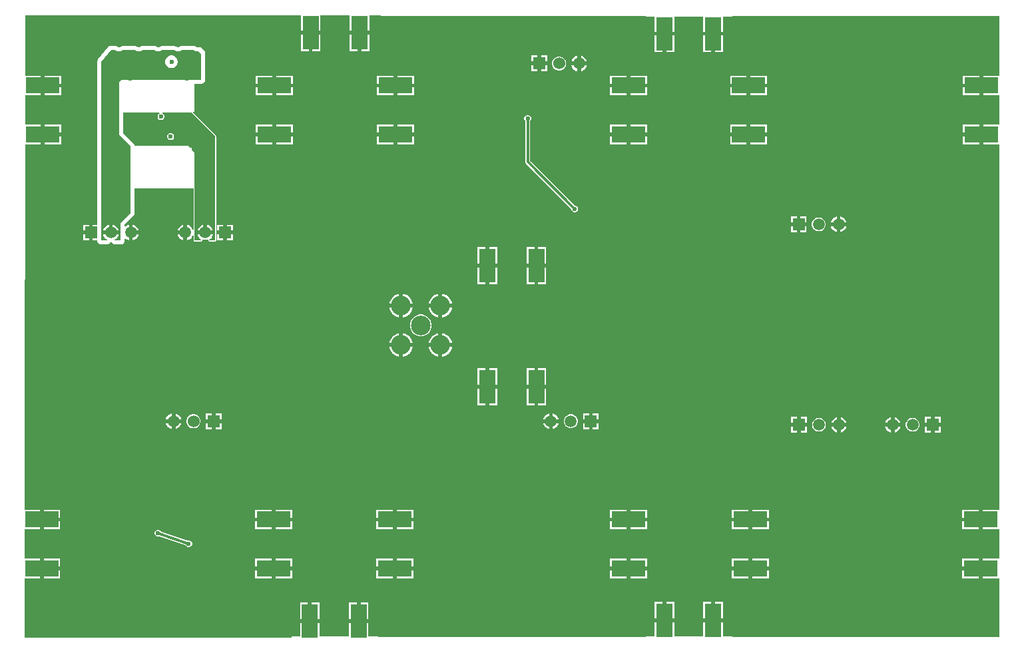
<source format=gbl>
G04*
G04 #@! TF.GenerationSoftware,Altium Limited,Altium Designer,21.4.1 (30)*
G04*
G04 Layer_Physical_Order=4*
G04 Layer_Color=16711680*
%FSLAX25Y25*%
%MOIN*%
G70*
G04*
G04 #@! TF.SameCoordinates,4F7A37CA-CC0D-4B0B-ADC5-D258E3024ECD*
G04*
G04*
G04 #@! TF.FilePolarity,Positive*
G04*
G01*
G75*
%ADD21R,0.16535X0.07874*%
%ADD28R,0.07874X0.16535*%
%ADD58C,0.01450*%
%ADD104C,0.05906*%
%ADD105R,0.05906X0.05906*%
%ADD106R,0.06024X0.06024*%
%ADD107C,0.06024*%
%ADD108C,0.09843*%
%ADD109C,0.02362*%
%ADD110C,0.03937*%
%ADD111C,0.13780*%
G36*
X136221Y-1575D02*
X140339D01*
Y-9252D01*
X145276D01*
X150213D01*
Y-1575D01*
X164748D01*
Y-9252D01*
X174622D01*
Y-1575D01*
X180315D01*
Y-1732D01*
X313032D01*
Y-1969D01*
X317504D01*
Y-9646D01*
X322441D01*
X327378D01*
Y-1969D01*
X341913D01*
Y-9646D01*
X351787D01*
Y-1969D01*
X356299D01*
Y-1772D01*
X490158D01*
Y-31677D01*
X482087D01*
Y-36614D01*
Y-41551D01*
X490158D01*
Y-56087D01*
X482087D01*
Y-61024D01*
Y-65961D01*
X490158D01*
Y-134449D01*
X490158D01*
Y-178937D01*
X490158D01*
Y-248575D01*
X489976Y-249000D01*
X489657Y-249000D01*
X481693D01*
Y-253937D01*
Y-258874D01*
X489657D01*
X489976Y-258874D01*
X490158Y-259299D01*
Y-272985D01*
X489976Y-273409D01*
X489657Y-273409D01*
X481693D01*
Y-278346D01*
Y-283283D01*
X489657D01*
X489976Y-283283D01*
X490158Y-283708D01*
Y-312795D01*
X356299D01*
Y-312598D01*
X351787D01*
Y-305315D01*
X341913D01*
Y-312598D01*
X327378D01*
Y-305315D01*
X322441D01*
X317504D01*
Y-312598D01*
X312953D01*
Y-312638D01*
X179095D01*
Y-312598D01*
X174228D01*
Y-305709D01*
X164354D01*
Y-312598D01*
X149819D01*
Y-305709D01*
X144882D01*
X139945D01*
Y-312598D01*
X135827D01*
Y-312992D01*
X1969D01*
Y-283283D01*
X9646D01*
Y-278346D01*
Y-273409D01*
X1969D01*
Y-258874D01*
X9646D01*
Y-253937D01*
Y-249000D01*
X1969D01*
Y-180315D01*
X1969D01*
Y-133858D01*
X2362D01*
Y-65961D01*
X10039D01*
Y-61024D01*
Y-56087D01*
X2362D01*
Y-41551D01*
X10039D01*
Y-36614D01*
Y-31677D01*
X2362D01*
Y-1476D01*
X136221D01*
Y-1575D01*
D02*
G37*
%LPC*%
G36*
X86578Y-16694D02*
X81049D01*
X80919Y-16720D01*
X80787Y-16711D01*
X80538Y-16795D01*
X80281Y-16847D01*
X80170Y-16920D01*
X80045Y-16963D01*
X79637Y-17198D01*
X79146Y-17330D01*
X78638D01*
X78147Y-17198D01*
X77739Y-16963D01*
X77614Y-16920D01*
X77503Y-16847D01*
X77246Y-16795D01*
X76997Y-16711D01*
X76865Y-16720D01*
X76735Y-16694D01*
X71206D01*
X71076Y-16720D01*
X70944Y-16711D01*
X70695Y-16795D01*
X70438Y-16847D01*
X70328Y-16920D01*
X70202Y-16963D01*
X69794Y-17198D01*
X69304Y-17330D01*
X68795D01*
X68305Y-17198D01*
X67896Y-16963D01*
X67771Y-16920D01*
X67661Y-16847D01*
X67403Y-16795D01*
X67155Y-16711D01*
X67023Y-16720D01*
X66893Y-16694D01*
X61364D01*
X61234Y-16720D01*
X61102Y-16711D01*
X60853Y-16795D01*
X60595Y-16847D01*
X60485Y-16920D01*
X60360Y-16963D01*
X59952Y-17198D01*
X59461Y-17330D01*
X58953D01*
X58462Y-17198D01*
X58054Y-16963D01*
X57929Y-16920D01*
X57818Y-16847D01*
X57561Y-16795D01*
X57312Y-16711D01*
X57180Y-16720D01*
X57050Y-16694D01*
X51521D01*
X51391Y-16720D01*
X51259Y-16711D01*
X51010Y-16795D01*
X50753Y-16847D01*
X50643Y-16920D01*
X50517Y-16963D01*
X50109Y-17198D01*
X49619Y-17330D01*
X49110D01*
X48619Y-17198D01*
X48211Y-16963D01*
X48086Y-16920D01*
X47976Y-16847D01*
X47718Y-16795D01*
X47470Y-16711D01*
X47338Y-16720D01*
X47208Y-16694D01*
X45276D01*
X45166Y-16716D01*
X45054Y-16706D01*
X44785Y-16791D01*
X44508Y-16847D01*
X44414Y-16909D01*
X44307Y-16943D01*
X44091Y-17125D01*
X43856Y-17282D01*
X43794Y-17375D01*
X43708Y-17447D01*
X38787Y-23599D01*
X38657Y-23849D01*
X38500Y-24084D01*
X38478Y-24194D01*
X38427Y-24294D01*
X38402Y-24575D01*
X38347Y-24852D01*
Y-106283D01*
X36260D01*
Y-110236D01*
Y-114189D01*
X38350D01*
X38500Y-114941D01*
X38935Y-115592D01*
X39586Y-116027D01*
X40354Y-116180D01*
X43189D01*
X43319Y-116155D01*
X43451Y-116163D01*
X43700Y-116079D01*
X43957Y-116027D01*
X44067Y-115954D01*
X44193Y-115911D01*
X44390Y-115738D01*
X44608Y-115592D01*
X44682Y-115482D01*
X44782Y-115395D01*
X44898Y-115160D01*
X45008Y-114994D01*
X45276Y-114966D01*
X45543Y-114994D01*
X45654Y-115160D01*
X45770Y-115395D01*
X45869Y-115482D01*
X45943Y-115592D01*
X46161Y-115738D01*
X46358Y-115911D01*
X46484Y-115954D01*
X46594Y-116027D01*
X46852Y-116079D01*
X47100Y-116163D01*
X47232Y-116155D01*
X47362Y-116180D01*
X50197D01*
X50965Y-116027D01*
X51616Y-115592D01*
X52051Y-114941D01*
X52204Y-114173D01*
Y-113408D01*
X52666Y-113216D01*
X52849Y-113399D01*
X53750Y-113920D01*
X54291Y-114065D01*
Y-110236D01*
Y-106408D01*
X53750Y-106553D01*
X52849Y-107073D01*
X52666Y-107256D01*
X52204Y-107065D01*
Y-106146D01*
X56537Y-101813D01*
X56972Y-101162D01*
X57125Y-100394D01*
Y-88189D01*
X86703D01*
Y-108644D01*
X86203Y-108711D01*
X85683Y-107809D01*
X84947Y-107073D01*
X84045Y-106553D01*
X83504Y-106408D01*
Y-110236D01*
Y-114065D01*
X84045Y-113920D01*
X84947Y-113399D01*
X85683Y-112663D01*
X86203Y-111762D01*
X86703Y-111828D01*
Y-114173D01*
X86861Y-114556D01*
X87244Y-114714D01*
X90433D01*
X90564Y-114660D01*
X90704Y-114642D01*
X90748Y-114584D01*
X90816Y-114556D01*
X90870Y-114425D01*
X90956Y-114313D01*
X91066Y-113904D01*
X91090Y-113813D01*
X91474Y-113581D01*
X91575Y-113558D01*
X92065Y-113689D01*
X92974D01*
X93465Y-113558D01*
X93565Y-113581D01*
X93949Y-113813D01*
X93974Y-113904D01*
X94083Y-114313D01*
X94169Y-114425D01*
X94223Y-114556D01*
X94291Y-114584D01*
X94336Y-114642D01*
X94476Y-114660D01*
X94606Y-114714D01*
X97441D01*
X97824Y-114556D01*
X97982Y-114173D01*
Y-62008D01*
X97824Y-61625D01*
X97824Y-61625D01*
X86354Y-50156D01*
X86561Y-49656D01*
X87067D01*
Y-35755D01*
X90551D01*
X91319Y-35602D01*
X91970Y-35167D01*
X92405Y-34516D01*
X92558Y-33748D01*
Y-20669D01*
X92405Y-19901D01*
X91970Y-19250D01*
X90638Y-17918D01*
X89987Y-17483D01*
X89219Y-17330D01*
X88480D01*
X87989Y-17198D01*
X87581Y-16963D01*
X87456Y-16920D01*
X87346Y-16847D01*
X87089Y-16795D01*
X86840Y-16711D01*
X86708Y-16720D01*
X86578Y-16694D01*
D02*
G37*
G36*
X174622Y-11220D02*
X170669D01*
Y-19504D01*
X174622D01*
Y-11220D01*
D02*
G37*
G36*
X168701D02*
X164748D01*
Y-19504D01*
X168701D01*
Y-11220D01*
D02*
G37*
G36*
X150213Y-11220D02*
X146260D01*
Y-19504D01*
X150213D01*
Y-11220D01*
D02*
G37*
G36*
X144291D02*
X140339D01*
Y-19504D01*
X144291D01*
Y-11220D01*
D02*
G37*
G36*
X351787Y-11614D02*
X347835D01*
Y-19898D01*
X351787D01*
Y-11614D01*
D02*
G37*
G36*
X345866D02*
X341913D01*
Y-19898D01*
X345866D01*
Y-11614D01*
D02*
G37*
G36*
X327378D02*
X323425D01*
Y-19898D01*
X327378D01*
Y-11614D01*
D02*
G37*
G36*
X321457D02*
X317504D01*
Y-19898D01*
X321457D01*
Y-11614D01*
D02*
G37*
G36*
X280669Y-21701D02*
Y-24606D01*
X283575D01*
X283423Y-24042D01*
X282895Y-23127D01*
X282148Y-22380D01*
X281234Y-21852D01*
X280669Y-21701D01*
D02*
G37*
G36*
X263697Y-21579D02*
X260669D01*
Y-24606D01*
X263697D01*
Y-21579D01*
D02*
G37*
G36*
X278701Y-21701D02*
X278136Y-21852D01*
X277222Y-22380D01*
X276475Y-23127D01*
X275947Y-24042D01*
X275795Y-24606D01*
X278701D01*
Y-21701D01*
D02*
G37*
G36*
X258701Y-21579D02*
X255673D01*
Y-24606D01*
X258701D01*
Y-21579D01*
D02*
G37*
G36*
X270147Y-22079D02*
X269223D01*
X268330Y-22318D01*
X267529Y-22780D01*
X266875Y-23434D01*
X266413Y-24235D01*
X266173Y-25128D01*
Y-26053D01*
X266413Y-26946D01*
X266875Y-27747D01*
X267529Y-28401D01*
X268330Y-28863D01*
X269223Y-29102D01*
X270147D01*
X271041Y-28863D01*
X271841Y-28401D01*
X272495Y-27747D01*
X272957Y-26946D01*
X273197Y-26053D01*
Y-25128D01*
X272957Y-24235D01*
X272495Y-23434D01*
X271841Y-22780D01*
X271041Y-22318D01*
X270147Y-22079D01*
D02*
G37*
G36*
X283575Y-26575D02*
X280669D01*
Y-29480D01*
X281234Y-29329D01*
X282148Y-28801D01*
X282895Y-28054D01*
X283423Y-27139D01*
X283575Y-26575D01*
D02*
G37*
G36*
X278701D02*
X275795D01*
X275947Y-27139D01*
X276475Y-28054D01*
X277222Y-28801D01*
X278136Y-29329D01*
X278701Y-29480D01*
Y-26575D01*
D02*
G37*
G36*
X263697D02*
X260669D01*
Y-29602D01*
X263697D01*
Y-26575D01*
D02*
G37*
G36*
X258701D02*
X255673D01*
Y-29602D01*
X258701D01*
Y-26575D01*
D02*
G37*
G36*
X480118Y-31677D02*
X471835D01*
Y-35630D01*
X480118D01*
Y-31677D01*
D02*
G37*
G36*
X20291D02*
X12008D01*
Y-35630D01*
X20291D01*
Y-31677D01*
D02*
G37*
G36*
X197063D02*
X188780D01*
Y-35630D01*
X197063D01*
Y-31677D01*
D02*
G37*
G36*
X186811D02*
X178528D01*
Y-35630D01*
X186811D01*
Y-31677D01*
D02*
G37*
G36*
X313598D02*
X305315D01*
Y-35630D01*
X313598D01*
Y-31677D01*
D02*
G37*
G36*
X136433D02*
X128150D01*
Y-35630D01*
X136433D01*
Y-31677D01*
D02*
G37*
G36*
X303346D02*
X295063D01*
Y-35630D01*
X303346D01*
Y-31677D01*
D02*
G37*
G36*
X126181D02*
X117898D01*
Y-35630D01*
X126181D01*
Y-31677D01*
D02*
G37*
G36*
X373835D02*
X365551D01*
Y-35630D01*
X373835D01*
Y-31677D01*
D02*
G37*
G36*
X363583D02*
X355299D01*
Y-35630D01*
X363583D01*
Y-31677D01*
D02*
G37*
G36*
X480118Y-37598D02*
X471835D01*
Y-41551D01*
X480118D01*
Y-37598D01*
D02*
G37*
G36*
X373835Y-37598D02*
X365551D01*
Y-41551D01*
X373835D01*
Y-37598D01*
D02*
G37*
G36*
X363583D02*
X355299D01*
Y-41551D01*
X363583D01*
Y-37598D01*
D02*
G37*
G36*
X313598Y-37598D02*
X305315D01*
Y-41551D01*
X313598D01*
Y-37598D01*
D02*
G37*
G36*
X303346D02*
X295063D01*
Y-41551D01*
X303346D01*
Y-37598D01*
D02*
G37*
G36*
X197063Y-37598D02*
X188780D01*
Y-41551D01*
X197063D01*
Y-37598D01*
D02*
G37*
G36*
X186811D02*
X178528D01*
Y-41551D01*
X186811D01*
Y-37598D01*
D02*
G37*
G36*
X136433Y-37598D02*
X128150D01*
Y-41551D01*
X136433D01*
Y-37598D01*
D02*
G37*
G36*
X126181D02*
X117898D01*
Y-41551D01*
X126181D01*
Y-37598D01*
D02*
G37*
G36*
X20291Y-37598D02*
X12008D01*
Y-41551D01*
X20291D01*
Y-37598D01*
D02*
G37*
G36*
X373835Y-56087D02*
X365551D01*
Y-60039D01*
X373835D01*
Y-56087D01*
D02*
G37*
G36*
X363583D02*
X355299D01*
Y-60039D01*
X363583D01*
Y-56087D01*
D02*
G37*
G36*
X313598D02*
X305315D01*
Y-60039D01*
X313598D01*
Y-56087D01*
D02*
G37*
G36*
X136433D02*
X128150D01*
Y-60039D01*
X136433D01*
Y-56087D01*
D02*
G37*
G36*
X303346D02*
X295063D01*
Y-60039D01*
X303346D01*
Y-56087D01*
D02*
G37*
G36*
X126181D02*
X117898D01*
Y-60039D01*
X126181D01*
Y-56087D01*
D02*
G37*
G36*
X197063D02*
X188779D01*
Y-60039D01*
X197063D01*
Y-56087D01*
D02*
G37*
G36*
X186811D02*
X178528D01*
Y-60039D01*
X186811D01*
Y-56087D01*
D02*
G37*
G36*
X20291D02*
X12008D01*
Y-60039D01*
X20291D01*
Y-56087D01*
D02*
G37*
G36*
X480118D02*
X471835D01*
Y-60039D01*
X480118D01*
Y-56087D01*
D02*
G37*
G36*
Y-62008D02*
X471835D01*
Y-65961D01*
X480118D01*
Y-62008D01*
D02*
G37*
G36*
X373835Y-62008D02*
X365551D01*
Y-65961D01*
X373835D01*
Y-62008D01*
D02*
G37*
G36*
X363583D02*
X355299D01*
Y-65961D01*
X363583D01*
Y-62008D01*
D02*
G37*
G36*
X313598Y-62008D02*
X305315D01*
Y-65961D01*
X313598D01*
Y-62008D01*
D02*
G37*
G36*
X303346D02*
X295063D01*
Y-65961D01*
X303346D01*
Y-62008D01*
D02*
G37*
G36*
X197063Y-62008D02*
X188779D01*
Y-65961D01*
X197063D01*
Y-62008D01*
D02*
G37*
G36*
X186811D02*
X178528D01*
Y-65961D01*
X186811D01*
Y-62008D01*
D02*
G37*
G36*
X136433Y-62008D02*
X128150D01*
Y-65961D01*
X136433D01*
Y-62008D01*
D02*
G37*
G36*
X126181D02*
X117898D01*
Y-65961D01*
X126181D01*
Y-62008D01*
D02*
G37*
G36*
X20291Y-62008D02*
X12008D01*
Y-65961D01*
X20291D01*
Y-62008D01*
D02*
G37*
G36*
X254271Y-51468D02*
X253603D01*
X252985Y-51724D01*
X252512Y-52197D01*
X252256Y-52815D01*
Y-53484D01*
X252512Y-54102D01*
X252688Y-54278D01*
Y-74803D01*
X252688Y-74803D01*
X252783Y-75281D01*
X253054Y-75686D01*
X275878Y-98510D01*
Y-98760D01*
X276134Y-99378D01*
X276607Y-99850D01*
X277225Y-100106D01*
X277893D01*
X278511Y-99850D01*
X278984Y-99378D01*
X279240Y-98760D01*
Y-98091D01*
X278984Y-97473D01*
X278511Y-97000D01*
X277893Y-96744D01*
X277644D01*
X255186Y-74286D01*
Y-54278D01*
X255362Y-54102D01*
X255618Y-53484D01*
Y-52815D01*
X255362Y-52197D01*
X254889Y-51724D01*
X254271Y-51468D01*
D02*
G37*
G36*
X410591Y-102274D02*
Y-105118D01*
X413435D01*
X413290Y-104577D01*
X412769Y-103675D01*
X412033Y-102939D01*
X411132Y-102419D01*
X410591Y-102274D01*
D02*
G37*
G36*
X408622D02*
X408081Y-102419D01*
X407179Y-102939D01*
X406443Y-103675D01*
X405923Y-104577D01*
X405778Y-105118D01*
X408622D01*
Y-102274D01*
D02*
G37*
G36*
X393559Y-102150D02*
X390591D01*
Y-105118D01*
X393559D01*
Y-102150D01*
D02*
G37*
G36*
X388622D02*
X385653D01*
Y-105118D01*
X388622D01*
Y-102150D01*
D02*
G37*
G36*
X56260Y-106408D02*
Y-109252D01*
X59104D01*
X58959Y-108711D01*
X58439Y-107809D01*
X57703Y-107073D01*
X56801Y-106553D01*
X56260Y-106408D01*
D02*
G37*
G36*
X34291Y-106283D02*
X31323D01*
Y-109252D01*
X34291D01*
Y-106283D01*
D02*
G37*
G36*
X106472D02*
X103504D01*
Y-109252D01*
X106472D01*
Y-106283D01*
D02*
G37*
G36*
X81535Y-106408D02*
X80994Y-106553D01*
X80093Y-107073D01*
X79357Y-107809D01*
X78836Y-108711D01*
X78691Y-109252D01*
X81535D01*
Y-106408D01*
D02*
G37*
G36*
X101535Y-106283D02*
X98567D01*
Y-109252D01*
X101535D01*
Y-106283D01*
D02*
G37*
G36*
X400061Y-102650D02*
X399152D01*
X398274Y-102885D01*
X397486Y-103340D01*
X396843Y-103982D01*
X396389Y-104770D01*
X396153Y-105648D01*
Y-106557D01*
X396389Y-107435D01*
X396843Y-108222D01*
X397486Y-108865D01*
X398274Y-109320D01*
X399152Y-109555D01*
X400061D01*
X400939Y-109320D01*
X401726Y-108865D01*
X402369Y-108222D01*
X402824Y-107435D01*
X403059Y-106557D01*
Y-105648D01*
X402824Y-104770D01*
X402369Y-103982D01*
X401726Y-103340D01*
X400939Y-102885D01*
X400061Y-102650D01*
D02*
G37*
G36*
X413435Y-107087D02*
X410591D01*
Y-109931D01*
X411132Y-109786D01*
X412033Y-109265D01*
X412769Y-108529D01*
X413290Y-107628D01*
X413435Y-107087D01*
D02*
G37*
G36*
X408622D02*
X405778D01*
X405923Y-107628D01*
X406443Y-108529D01*
X407179Y-109265D01*
X408081Y-109786D01*
X408622Y-109931D01*
Y-107087D01*
D02*
G37*
G36*
X393559D02*
X390591D01*
Y-110055D01*
X393559D01*
Y-107087D01*
D02*
G37*
G36*
X388622D02*
X385653D01*
Y-110055D01*
X388622D01*
Y-107087D01*
D02*
G37*
G36*
X59104Y-111221D02*
X56260D01*
Y-114065D01*
X56801Y-113920D01*
X57703Y-113399D01*
X58439Y-112663D01*
X58959Y-111762D01*
X59104Y-111221D01*
D02*
G37*
G36*
X81535Y-111221D02*
X78691D01*
X78836Y-111762D01*
X79357Y-112663D01*
X80093Y-113399D01*
X80994Y-113920D01*
X81535Y-114065D01*
Y-111221D01*
D02*
G37*
G36*
X106472D02*
X103504D01*
Y-114189D01*
X106472D01*
Y-111221D01*
D02*
G37*
G36*
X101535D02*
X98567D01*
Y-114189D01*
X101535D01*
Y-111221D01*
D02*
G37*
G36*
X34291Y-111221D02*
X31323D01*
Y-114189D01*
X34291D01*
Y-111221D01*
D02*
G37*
G36*
X238795Y-117504D02*
X234842D01*
Y-125787D01*
X238795D01*
Y-117504D01*
D02*
G37*
G36*
X232874D02*
X228921D01*
Y-125787D01*
X232874D01*
Y-117504D01*
D02*
G37*
G36*
X263205D02*
X259252D01*
Y-125787D01*
X263205D01*
Y-117504D01*
D02*
G37*
G36*
X257283D02*
X253331D01*
Y-125787D01*
X257283D01*
Y-117504D01*
D02*
G37*
G36*
X263205Y-127756D02*
X259252D01*
Y-136039D01*
X263205D01*
Y-135591D01*
Y-127756D01*
D02*
G37*
G36*
X257283D02*
X253331D01*
Y-135591D01*
Y-136039D01*
X257283D01*
Y-127756D01*
D02*
G37*
G36*
X238795Y-127756D02*
X234842D01*
Y-136039D01*
X238795D01*
Y-135591D01*
Y-127756D01*
D02*
G37*
G36*
X232874D02*
X228921D01*
Y-135591D01*
Y-136039D01*
X232874D01*
Y-127756D01*
D02*
G37*
G36*
X211221Y-141009D02*
Y-145866D01*
X216078D01*
X215930Y-145123D01*
X215484Y-144046D01*
X214836Y-143076D01*
X214011Y-142251D01*
X213041Y-141603D01*
X211963Y-141157D01*
X211221Y-141009D01*
D02*
G37*
G36*
X191535D02*
Y-145866D01*
X196393D01*
X196245Y-145123D01*
X195799Y-144046D01*
X195150Y-143076D01*
X194326Y-142251D01*
X193356Y-141603D01*
X192278Y-141157D01*
X191535Y-141009D01*
D02*
G37*
G36*
X209252Y-141009D02*
X208509Y-141157D01*
X207431Y-141603D01*
X206462Y-142251D01*
X205637Y-143076D01*
X204989Y-144046D01*
X204542Y-145123D01*
X204395Y-145866D01*
X209252D01*
Y-141009D01*
D02*
G37*
G36*
X189567D02*
X188824Y-141157D01*
X187746Y-141603D01*
X186777Y-142251D01*
X185952Y-143076D01*
X185304Y-144046D01*
X184857Y-145123D01*
X184710Y-145866D01*
X189567D01*
Y-141009D01*
D02*
G37*
G36*
X196393Y-147835D02*
X191535D01*
Y-152692D01*
X192278Y-152544D01*
X193356Y-152098D01*
X194326Y-151450D01*
X195150Y-150625D01*
X195799Y-149655D01*
X196245Y-148578D01*
X196393Y-147835D01*
D02*
G37*
G36*
X216078D02*
X211221D01*
Y-152692D01*
X211963Y-152544D01*
X213041Y-152098D01*
X214011Y-151450D01*
X214836Y-150625D01*
X215484Y-149655D01*
X215930Y-148578D01*
X216078Y-147835D01*
D02*
G37*
G36*
X209252D02*
X204395D01*
X204542Y-148578D01*
X204989Y-149655D01*
X205637Y-150625D01*
X206462Y-151450D01*
X207431Y-152098D01*
X208509Y-152544D01*
X209252Y-152692D01*
Y-147835D01*
D02*
G37*
G36*
X189567D02*
X184710D01*
X184857Y-148578D01*
X185304Y-149655D01*
X185952Y-150625D01*
X186777Y-151450D01*
X187746Y-152098D01*
X188824Y-152544D01*
X189567Y-152692D01*
Y-147835D01*
D02*
G37*
G36*
X201107Y-151272D02*
X199680D01*
X198301Y-151641D01*
X197065Y-152355D01*
X196056Y-153364D01*
X195342Y-154600D01*
X194972Y-155979D01*
Y-157407D01*
X195342Y-158785D01*
X196056Y-160022D01*
X197065Y-161031D01*
X198301Y-161745D01*
X199680Y-162114D01*
X201107D01*
X202486Y-161745D01*
X203722Y-161031D01*
X204732Y-160022D01*
X205446Y-158785D01*
X205815Y-157407D01*
Y-155979D01*
X205446Y-154600D01*
X204732Y-153364D01*
X203722Y-152355D01*
X202486Y-151641D01*
X201107Y-151272D01*
D02*
G37*
G36*
X211221Y-160694D02*
Y-165551D01*
X216078D01*
X215930Y-164808D01*
X215484Y-163731D01*
X214836Y-162761D01*
X214011Y-161936D01*
X213041Y-161288D01*
X211963Y-160842D01*
X211221Y-160694D01*
D02*
G37*
G36*
X191535D02*
Y-165551D01*
X196393D01*
X196245Y-164808D01*
X195799Y-163731D01*
X195150Y-162761D01*
X194326Y-161936D01*
X193356Y-161288D01*
X192278Y-160842D01*
X191535Y-160694D01*
D02*
G37*
G36*
X209252Y-160694D02*
X208509Y-160842D01*
X207431Y-161288D01*
X206462Y-161936D01*
X205637Y-162761D01*
X204989Y-163731D01*
X204542Y-164808D01*
X204395Y-165551D01*
X209252D01*
Y-160694D01*
D02*
G37*
G36*
X189567D02*
X188824Y-160842D01*
X187746Y-161288D01*
X186777Y-161936D01*
X185952Y-162761D01*
X185304Y-163731D01*
X184857Y-164808D01*
X184710Y-165551D01*
X189567D01*
Y-160694D01*
D02*
G37*
G36*
X196393Y-167520D02*
X191535D01*
Y-172377D01*
X192278Y-172229D01*
X193356Y-171783D01*
X194326Y-171135D01*
X195150Y-170310D01*
X195799Y-169340D01*
X196245Y-168263D01*
X196393Y-167520D01*
D02*
G37*
G36*
X216078D02*
X211221D01*
Y-172377D01*
X211963Y-172229D01*
X213041Y-171783D01*
X214011Y-171135D01*
X214836Y-170310D01*
X215484Y-169340D01*
X215930Y-168263D01*
X216078Y-167520D01*
D02*
G37*
G36*
X209252D02*
X204395D01*
X204542Y-168263D01*
X204989Y-169340D01*
X205637Y-170310D01*
X206462Y-171135D01*
X207431Y-171783D01*
X208509Y-172229D01*
X209252Y-172377D01*
Y-167520D01*
D02*
G37*
G36*
X189567D02*
X184710D01*
X184857Y-168263D01*
X185304Y-169340D01*
X185952Y-170310D01*
X186777Y-171135D01*
X187746Y-171783D01*
X188824Y-172229D01*
X189567Y-172377D01*
Y-167520D01*
D02*
G37*
G36*
X238795Y-178134D02*
X234842D01*
Y-186417D01*
X238795D01*
Y-180512D01*
Y-179921D01*
Y-178134D01*
D02*
G37*
G36*
X232874D02*
X228921D01*
Y-179921D01*
Y-186417D01*
X232874D01*
Y-178134D01*
D02*
G37*
G36*
X263205D02*
X259252D01*
Y-186417D01*
X263205D01*
Y-180512D01*
Y-178134D01*
D02*
G37*
G36*
X257283D02*
X253331D01*
Y-179921D01*
Y-180512D01*
Y-186417D01*
X257283D01*
Y-178134D01*
D02*
G37*
G36*
X263205Y-188386D02*
X259252D01*
Y-196669D01*
X263205D01*
Y-188386D01*
D02*
G37*
G36*
X257283D02*
X253331D01*
Y-196669D01*
X257283D01*
Y-188386D01*
D02*
G37*
G36*
X238795Y-188386D02*
X234842D01*
Y-196669D01*
X238795D01*
Y-188386D01*
D02*
G37*
G36*
X232874D02*
X228921D01*
Y-196669D01*
X232874D01*
Y-188386D01*
D02*
G37*
G36*
X289543Y-200772D02*
X286575D01*
Y-203740D01*
X289543D01*
Y-200772D01*
D02*
G37*
G36*
X266575Y-200896D02*
Y-203740D01*
X269419D01*
X269274Y-203199D01*
X268754Y-202297D01*
X268018Y-201561D01*
X267116Y-201041D01*
X266575Y-200896D01*
D02*
G37*
G36*
X264606Y-200896D02*
X264065Y-201041D01*
X263163Y-201561D01*
X262428Y-202297D01*
X261907Y-203199D01*
X261762Y-203740D01*
X264606D01*
Y-200896D01*
D02*
G37*
G36*
X284606Y-200772D02*
X281638D01*
Y-203740D01*
X284606D01*
Y-200772D01*
D02*
G37*
G36*
X100626Y-200713D02*
X97598D01*
Y-203740D01*
X100626D01*
Y-200713D01*
D02*
G37*
G36*
X95630D02*
X92602D01*
Y-203740D01*
X95630D01*
Y-200713D01*
D02*
G37*
G36*
X77598Y-200835D02*
Y-203740D01*
X80504D01*
X80353Y-203176D01*
X79824Y-202261D01*
X79078Y-201514D01*
X78163Y-200986D01*
X77598Y-200835D01*
D02*
G37*
G36*
X75630D02*
X75066Y-200986D01*
X74151Y-201514D01*
X73404Y-202261D01*
X72876Y-203176D01*
X72725Y-203740D01*
X75630D01*
Y-200835D01*
D02*
G37*
G36*
X410748Y-202668D02*
Y-205512D01*
X413592D01*
X413447Y-204970D01*
X412927Y-204069D01*
X412191Y-203333D01*
X411290Y-202813D01*
X410748Y-202668D01*
D02*
G37*
G36*
X408780D02*
X408238Y-202813D01*
X407337Y-203333D01*
X406601Y-204069D01*
X406080Y-204970D01*
X405935Y-205512D01*
X408780D01*
Y-202668D01*
D02*
G37*
G36*
X393717Y-202543D02*
X390748D01*
Y-205512D01*
X393717D01*
Y-202543D01*
D02*
G37*
G36*
X388780D02*
X385811D01*
Y-205512D01*
X388780D01*
Y-202543D01*
D02*
G37*
G36*
X460646D02*
X457677D01*
Y-205512D01*
X460646D01*
Y-202543D01*
D02*
G37*
G36*
X437677Y-202668D02*
Y-205512D01*
X440521D01*
X440376Y-204970D01*
X439856Y-204069D01*
X439120Y-203333D01*
X438219Y-202813D01*
X437677Y-202668D01*
D02*
G37*
G36*
X435709Y-202668D02*
X435167Y-202813D01*
X434266Y-203333D01*
X433530Y-204069D01*
X433010Y-204970D01*
X432865Y-205512D01*
X435709D01*
Y-202668D01*
D02*
G37*
G36*
X455709Y-202543D02*
X452740D01*
Y-205512D01*
X455709D01*
Y-202543D01*
D02*
G37*
G36*
X276045Y-201272D02*
X275136D01*
X274258Y-201507D01*
X273470Y-201961D01*
X272828Y-202604D01*
X272373Y-203392D01*
X272138Y-204270D01*
Y-205179D01*
X272373Y-206057D01*
X272828Y-206844D01*
X273470Y-207487D01*
X274258Y-207942D01*
X275136Y-208177D01*
X276045D01*
X276923Y-207942D01*
X277711Y-207487D01*
X278353Y-206844D01*
X278808Y-206057D01*
X279043Y-205179D01*
Y-204270D01*
X278808Y-203392D01*
X278353Y-202604D01*
X277711Y-201961D01*
X276923Y-201507D01*
X276045Y-201272D01*
D02*
G37*
G36*
X87076Y-201213D02*
X86152D01*
X85259Y-201452D01*
X84458Y-201914D01*
X83804Y-202568D01*
X83342Y-203369D01*
X83102Y-204262D01*
Y-205187D01*
X83342Y-206080D01*
X83804Y-206881D01*
X84458Y-207535D01*
X85259Y-207997D01*
X86152Y-208236D01*
X87076D01*
X87970Y-207997D01*
X88771Y-207535D01*
X89424Y-206881D01*
X89887Y-206080D01*
X90126Y-205187D01*
Y-204262D01*
X89887Y-203369D01*
X89424Y-202568D01*
X88771Y-201914D01*
X87970Y-201452D01*
X87076Y-201213D01*
D02*
G37*
G36*
X269419Y-205709D02*
X266575D01*
Y-208553D01*
X267116Y-208408D01*
X268018Y-207887D01*
X268754Y-207152D01*
X269274Y-206250D01*
X269419Y-205709D01*
D02*
G37*
G36*
X264606D02*
X261762D01*
X261907Y-206250D01*
X262428Y-207152D01*
X263163Y-207887D01*
X264065Y-208408D01*
X264606Y-208553D01*
Y-205709D01*
D02*
G37*
G36*
X80504Y-205709D02*
X77598D01*
Y-208614D01*
X78163Y-208463D01*
X79078Y-207935D01*
X79824Y-207188D01*
X80353Y-206273D01*
X80504Y-205709D01*
D02*
G37*
G36*
X75630D02*
X72725D01*
X72876Y-206273D01*
X73404Y-207188D01*
X74151Y-207935D01*
X75066Y-208463D01*
X75630Y-208614D01*
Y-205709D01*
D02*
G37*
G36*
X289543Y-205709D02*
X286575D01*
Y-208677D01*
X289543D01*
Y-205709D01*
D02*
G37*
G36*
X284606D02*
X281638D01*
Y-208677D01*
X284606D01*
Y-205709D01*
D02*
G37*
G36*
X100626Y-205709D02*
X97598D01*
Y-208736D01*
X100626D01*
Y-205709D01*
D02*
G37*
G36*
X95630D02*
X92602D01*
Y-208736D01*
X95630D01*
Y-205709D01*
D02*
G37*
G36*
X447148Y-203043D02*
X446238D01*
X445360Y-203279D01*
X444573Y-203733D01*
X443930Y-204376D01*
X443475Y-205163D01*
X443240Y-206042D01*
Y-206951D01*
X443475Y-207829D01*
X443930Y-208616D01*
X444573Y-209259D01*
X445360Y-209714D01*
X446238Y-209949D01*
X447148D01*
X448026Y-209714D01*
X448813Y-209259D01*
X449456Y-208616D01*
X449910Y-207829D01*
X450146Y-206951D01*
Y-206042D01*
X449910Y-205163D01*
X449456Y-204376D01*
X448813Y-203733D01*
X448026Y-203279D01*
X447148Y-203043D01*
D02*
G37*
G36*
X400218D02*
X399309D01*
X398431Y-203279D01*
X397644Y-203733D01*
X397001Y-204376D01*
X396546Y-205163D01*
X396311Y-206042D01*
Y-206951D01*
X396546Y-207829D01*
X397001Y-208616D01*
X397644Y-209259D01*
X398431Y-209714D01*
X399309Y-209949D01*
X400218D01*
X401096Y-209714D01*
X401884Y-209259D01*
X402527Y-208616D01*
X402981Y-207829D01*
X403217Y-206951D01*
Y-206042D01*
X402981Y-205163D01*
X402527Y-204376D01*
X401884Y-203733D01*
X401096Y-203279D01*
X400218Y-203043D01*
D02*
G37*
G36*
X435709Y-207480D02*
X432865D01*
X433010Y-208022D01*
X433530Y-208923D01*
X434266Y-209659D01*
X435167Y-210179D01*
X435709Y-210325D01*
Y-207480D01*
D02*
G37*
G36*
X413592Y-207480D02*
X410748D01*
Y-210325D01*
X411290Y-210179D01*
X412191Y-209659D01*
X412927Y-208923D01*
X413447Y-208022D01*
X413592Y-207480D01*
D02*
G37*
G36*
X408780D02*
X405935D01*
X406080Y-208022D01*
X406601Y-208923D01*
X407337Y-209659D01*
X408238Y-210179D01*
X408780Y-210325D01*
Y-207480D01*
D02*
G37*
G36*
X440521Y-207480D02*
X437677D01*
Y-210325D01*
X438219Y-210179D01*
X439120Y-209659D01*
X439856Y-208923D01*
X440376Y-208022D01*
X440521Y-207480D01*
D02*
G37*
G36*
X460646D02*
X457677D01*
Y-210449D01*
X460646D01*
Y-207480D01*
D02*
G37*
G36*
X455709D02*
X452740D01*
Y-210449D01*
X455709D01*
Y-207480D01*
D02*
G37*
G36*
X393717Y-207480D02*
X390748D01*
Y-210449D01*
X393717D01*
Y-207480D01*
D02*
G37*
G36*
X388780D02*
X385811D01*
Y-210449D01*
X388780D01*
Y-207480D01*
D02*
G37*
G36*
X196669Y-249000D02*
X188386D01*
Y-252953D01*
X196669D01*
Y-249000D01*
D02*
G37*
G36*
X136039D02*
X127756D01*
Y-252953D01*
X136039D01*
Y-249000D01*
D02*
G37*
G36*
X186417D02*
X178134D01*
Y-252953D01*
X186417D01*
Y-249000D01*
D02*
G37*
G36*
X125787D02*
X117504D01*
Y-252953D01*
X125787D01*
Y-249000D01*
D02*
G37*
G36*
X374622D02*
X366339D01*
Y-252953D01*
X374622D01*
Y-249000D01*
D02*
G37*
G36*
X364370D02*
X356087D01*
Y-252953D01*
X364370D01*
Y-249000D01*
D02*
G37*
G36*
X19898D02*
X11614D01*
Y-252953D01*
X19898D01*
Y-249000D01*
D02*
G37*
G36*
X313598D02*
X305315D01*
Y-252953D01*
X313598D01*
Y-249000D01*
D02*
G37*
G36*
X303346D02*
X295063D01*
Y-252953D01*
X303346D01*
Y-249000D01*
D02*
G37*
G36*
X479725D02*
X471441D01*
Y-252953D01*
X479725D01*
Y-249000D01*
D02*
G37*
G36*
X374622Y-254921D02*
X366339D01*
Y-258874D01*
X374622D01*
Y-254921D01*
D02*
G37*
G36*
X364370D02*
X356087D01*
Y-258874D01*
X364370D01*
Y-254921D01*
D02*
G37*
G36*
X313598Y-254921D02*
X305315D01*
Y-258874D01*
X313598D01*
Y-254921D01*
D02*
G37*
G36*
X303346D02*
X295063D01*
Y-258874D01*
X303346D01*
Y-254921D01*
D02*
G37*
G36*
X196669Y-254921D02*
X188386D01*
Y-258874D01*
X196669D01*
Y-254921D01*
D02*
G37*
G36*
X186417D02*
X178134D01*
Y-258874D01*
X186417D01*
Y-254921D01*
D02*
G37*
G36*
X136039D02*
X127756D01*
Y-258874D01*
X136039D01*
Y-254921D01*
D02*
G37*
G36*
X125787D02*
X117504D01*
Y-258874D01*
X125787D01*
Y-254921D01*
D02*
G37*
G36*
X19898Y-254921D02*
X11614D01*
Y-258874D01*
X19898D01*
Y-254921D01*
D02*
G37*
G36*
X479725Y-254921D02*
X471441D01*
Y-258874D01*
X479725D01*
Y-254921D01*
D02*
G37*
G36*
X69232Y-259146D02*
X68563D01*
X67945Y-259402D01*
X67472Y-259875D01*
X67216Y-260492D01*
Y-261161D01*
X67472Y-261779D01*
X67945Y-262252D01*
X68563Y-262508D01*
X69232D01*
X69552Y-262375D01*
X82767Y-266949D01*
X82827Y-267094D01*
X83300Y-267567D01*
X83918Y-267823D01*
X84586D01*
X85204Y-267567D01*
X85677Y-267094D01*
X85933Y-266476D01*
Y-265807D01*
X85677Y-265190D01*
X85204Y-264717D01*
X84586Y-264461D01*
X83918D01*
X83597Y-264593D01*
X70383Y-260019D01*
X70323Y-259875D01*
X69850Y-259402D01*
X69232Y-259146D01*
D02*
G37*
G36*
X479725Y-273409D02*
X471441D01*
Y-277362D01*
X479725D01*
Y-273409D01*
D02*
G37*
G36*
X313598D02*
X305315D01*
Y-277362D01*
X313598D01*
Y-273409D01*
D02*
G37*
G36*
X303346D02*
X295063D01*
Y-277362D01*
X303346D01*
Y-273409D01*
D02*
G37*
G36*
X19898D02*
X11614D01*
Y-277362D01*
X19898D01*
Y-273409D01*
D02*
G37*
G36*
X374622D02*
X366339D01*
Y-277362D01*
X374622D01*
Y-273409D01*
D02*
G37*
G36*
X364370D02*
X356087D01*
Y-277362D01*
X364370D01*
Y-273409D01*
D02*
G37*
G36*
X196669D02*
X188386D01*
Y-277362D01*
X196669D01*
Y-273409D01*
D02*
G37*
G36*
X136039D02*
X127756D01*
Y-277362D01*
X136039D01*
Y-273409D01*
D02*
G37*
G36*
X186417D02*
X178134D01*
Y-277362D01*
X186417D01*
Y-273409D01*
D02*
G37*
G36*
X125787D02*
X117504D01*
Y-277362D01*
X125787D01*
Y-273409D01*
D02*
G37*
G36*
X374622Y-279331D02*
X366339D01*
Y-283283D01*
X374622D01*
Y-279331D01*
D02*
G37*
G36*
X364370D02*
X356087D01*
Y-283283D01*
X364370D01*
Y-279331D01*
D02*
G37*
G36*
X313598Y-279331D02*
X305315D01*
Y-283283D01*
X313598D01*
Y-279331D01*
D02*
G37*
G36*
X303346D02*
X295063D01*
Y-283283D01*
X303346D01*
Y-279331D01*
D02*
G37*
G36*
X196669Y-279331D02*
X188386D01*
Y-283283D01*
X196669D01*
Y-279331D01*
D02*
G37*
G36*
X186417D02*
X178134D01*
Y-283283D01*
X186417D01*
Y-279331D01*
D02*
G37*
G36*
X136039D02*
X127756D01*
Y-283283D01*
X136039D01*
Y-279331D01*
D02*
G37*
G36*
X125787D02*
X117504D01*
Y-283283D01*
X125787D01*
Y-279331D01*
D02*
G37*
G36*
X19898Y-279331D02*
X11614D01*
Y-283283D01*
X19898D01*
Y-279331D01*
D02*
G37*
G36*
X479725Y-279331D02*
X471441D01*
Y-283283D01*
X479725D01*
Y-279331D01*
D02*
G37*
G36*
X351787Y-295063D02*
X347835D01*
Y-303346D01*
X351787D01*
Y-295063D01*
D02*
G37*
G36*
X345866D02*
X341913D01*
Y-303346D01*
X345866D01*
Y-295063D01*
D02*
G37*
G36*
X327378D02*
X323425D01*
Y-303346D01*
X327378D01*
Y-295063D01*
D02*
G37*
G36*
X321457D02*
X317504D01*
Y-303346D01*
X321457D01*
Y-295063D01*
D02*
G37*
G36*
X149819Y-295457D02*
X145866D01*
Y-303740D01*
X149819D01*
Y-295457D01*
D02*
G37*
G36*
X143898D02*
X139945D01*
Y-303740D01*
X143898D01*
Y-295457D01*
D02*
G37*
G36*
X174228D02*
X170276D01*
Y-303740D01*
X174228D01*
Y-295457D01*
D02*
G37*
G36*
X168307D02*
X164354D01*
Y-303740D01*
X168307D01*
Y-295457D01*
D02*
G37*
%LPD*%
G36*
X87215Y-19069D02*
X88216Y-19337D01*
X89219D01*
X90551Y-20669D01*
Y-33748D01*
X50701Y-33748D01*
X49557Y-34892D01*
Y-61368D01*
X55118Y-66929D01*
Y-100394D01*
X50197Y-105315D01*
Y-114173D01*
X47362D01*
X47228Y-113673D01*
X47703Y-113399D01*
X48439Y-112663D01*
X48959Y-111762D01*
X49104Y-111221D01*
X41447D01*
X41592Y-111762D01*
X42113Y-112663D01*
X42849Y-113399D01*
X43323Y-113673D01*
X43189Y-114173D01*
X40354D01*
Y-24852D01*
X45276Y-18701D01*
X47208D01*
X47845Y-19069D01*
X48846Y-19337D01*
X49883D01*
X50884Y-19069D01*
X51521Y-18701D01*
X57050D01*
X57687Y-19069D01*
X58689Y-19337D01*
X59725D01*
X60726Y-19069D01*
X61364Y-18701D01*
X66893D01*
X67530Y-19069D01*
X68531Y-19337D01*
X69568D01*
X70569Y-19069D01*
X71206Y-18701D01*
X76735D01*
X77372Y-19069D01*
X78374Y-19337D01*
X79410D01*
X80412Y-19069D01*
X81049Y-18701D01*
X86578D01*
X87215Y-19069D01*
D02*
G37*
G36*
X97441Y-62008D02*
Y-114173D01*
X94606D01*
X94472Y-113673D01*
X94947Y-113399D01*
X95683Y-112663D01*
X96203Y-111762D01*
X96348Y-111221D01*
X92520D01*
X88691D01*
X88836Y-111762D01*
X89357Y-112663D01*
X90093Y-113399D01*
X90567Y-113673D01*
X90433Y-114173D01*
X87244D01*
Y-70039D01*
X85827Y-68622D01*
Y-67716D01*
X84921D01*
X84134Y-66929D01*
X57125D01*
X56972Y-66161D01*
X56537Y-65510D01*
X51564Y-60537D01*
Y-50197D01*
X69497D01*
X69596Y-50697D01*
X69372Y-50789D01*
X68900Y-51262D01*
X68644Y-51880D01*
Y-52549D01*
X68900Y-53167D01*
X69372Y-53640D01*
X69990Y-53896D01*
X70659D01*
X71277Y-53640D01*
X71750Y-53167D01*
X72006Y-52549D01*
Y-51880D01*
X71750Y-51262D01*
X71277Y-50789D01*
X71054Y-50697D01*
X71153Y-50197D01*
X85630D01*
X97441Y-62008D01*
D02*
G37*
%LPC*%
G36*
X76054Y-21604D02*
X75225D01*
X74424Y-21819D01*
X73706Y-22234D01*
X73119Y-22820D01*
X72705Y-23538D01*
X72490Y-24339D01*
Y-25168D01*
X72705Y-25970D01*
X73119Y-26688D01*
X73706Y-27274D01*
X74424Y-27689D01*
X75225Y-27904D01*
X76054D01*
X76855Y-27689D01*
X77574Y-27274D01*
X78160Y-26688D01*
X78575Y-25970D01*
X78789Y-25168D01*
Y-24339D01*
X78575Y-23538D01*
X78160Y-22820D01*
X77574Y-22234D01*
X76855Y-21819D01*
X76054Y-21604D01*
D02*
G37*
G36*
X46260Y-106408D02*
Y-109252D01*
X49104D01*
X48959Y-108711D01*
X48439Y-107809D01*
X47703Y-107073D01*
X46801Y-106553D01*
X46260Y-106408D01*
D02*
G37*
G36*
X44291D02*
X43750Y-106553D01*
X42849Y-107073D01*
X42113Y-107809D01*
X41592Y-108711D01*
X41447Y-109252D01*
X44291D01*
Y-106408D01*
D02*
G37*
G36*
X75531Y-60524D02*
X74862D01*
X74245Y-60780D01*
X73772Y-61252D01*
X73516Y-61870D01*
Y-62539D01*
X73772Y-63157D01*
X74245Y-63630D01*
X74862Y-63886D01*
X75531D01*
X76149Y-63630D01*
X76622Y-63157D01*
X76878Y-62539D01*
Y-61870D01*
X76622Y-61252D01*
X76149Y-60780D01*
X75531Y-60524D01*
D02*
G37*
G36*
X93504Y-106408D02*
Y-109252D01*
X96348D01*
X96203Y-108711D01*
X95683Y-107809D01*
X94947Y-107073D01*
X94045Y-106553D01*
X93504Y-106408D01*
D02*
G37*
G36*
X91535D02*
X90994Y-106553D01*
X90093Y-107073D01*
X89357Y-107809D01*
X88836Y-108711D01*
X88691Y-109252D01*
X91535D01*
Y-106408D01*
D02*
G37*
%LPD*%
D21*
X126772Y-278346D02*
D03*
Y-253937D02*
D03*
X11024Y-36614D02*
D03*
Y-61024D02*
D03*
X127165D02*
D03*
Y-36614D02*
D03*
X10630Y-278346D02*
D03*
Y-253937D02*
D03*
X304331Y-36614D02*
D03*
Y-61024D02*
D03*
X480709Y-253937D02*
D03*
Y-278346D02*
D03*
X364567Y-61024D02*
D03*
Y-36614D02*
D03*
X304331Y-253937D02*
D03*
Y-278346D02*
D03*
X365354D02*
D03*
Y-253937D02*
D03*
X481102Y-36614D02*
D03*
Y-61024D02*
D03*
X187402Y-278346D02*
D03*
Y-253937D02*
D03*
X187795Y-61024D02*
D03*
Y-36614D02*
D03*
D28*
X258268Y-187402D02*
D03*
X233858D02*
D03*
X322441Y-304331D02*
D03*
X346850D02*
D03*
X144882Y-304724D02*
D03*
X169291D02*
D03*
X322441Y-10630D02*
D03*
X346850D02*
D03*
X145276Y-10236D02*
D03*
X169685D02*
D03*
X258268Y-126772D02*
D03*
X233858D02*
D03*
D58*
X68898Y-260827D02*
X84252Y-266142D01*
X253937Y-74803D02*
X277559Y-98425D01*
X253937Y-74803D02*
Y-53150D01*
D104*
X409606Y-106102D02*
D03*
X399606D02*
D03*
X265591Y-204724D02*
D03*
X275590D02*
D03*
X446693Y-206496D02*
D03*
X436693D02*
D03*
X399764D02*
D03*
X409764D02*
D03*
X92520Y-110236D02*
D03*
X82520D02*
D03*
X45276D02*
D03*
X55276D02*
D03*
D105*
X389606Y-106102D02*
D03*
X285591Y-204724D02*
D03*
X456693Y-206496D02*
D03*
X389764D02*
D03*
X102520Y-110236D02*
D03*
X35276D02*
D03*
D106*
X259685Y-25591D02*
D03*
X96614Y-204724D02*
D03*
D107*
X269685Y-25591D02*
D03*
X279685D02*
D03*
X76614Y-204724D02*
D03*
X86614D02*
D03*
D108*
X200394Y-156693D02*
D03*
X190551Y-146850D02*
D03*
Y-166535D02*
D03*
X210236D02*
D03*
Y-146850D02*
D03*
D109*
X251620Y-257919D02*
D03*
X251575Y-269291D02*
D03*
X271530Y-257390D02*
D03*
X425197Y-37402D02*
D03*
X429528Y-40945D02*
D03*
X411811Y-96063D02*
D03*
X385433Y-66535D02*
D03*
X392126D02*
D03*
X414961Y-252756D02*
D03*
X421654Y-274803D02*
D03*
X408661D02*
D03*
X422047Y-256693D02*
D03*
X396063Y-246063D02*
D03*
X393701Y-224213D02*
D03*
X463287Y-241732D02*
D03*
X462992Y-250000D02*
D03*
X68898Y-260827D02*
D03*
X38386Y-247736D02*
D03*
X82240Y-61855D02*
D03*
X75640Y-24754D02*
D03*
X32283Y-98032D02*
D03*
X83378Y-33028D02*
D03*
X70325Y-52215D02*
D03*
X237402Y-240551D02*
D03*
X243307Y-235445D02*
D03*
X243307Y-227953D02*
D03*
X253937Y-34646D02*
D03*
X277296Y-42094D02*
D03*
X257480Y-53150D02*
D03*
X277559Y-101575D02*
D03*
X253937Y-53150D02*
D03*
X277559Y-98425D02*
D03*
X285433Y-68898D02*
D03*
X259842Y-110236D02*
D03*
X269685Y-51181D02*
D03*
X224410Y-61024D02*
D03*
X204724D02*
D03*
X234252D02*
D03*
Y-68898D02*
D03*
Y-106299D02*
D03*
X75590Y-227953D02*
D03*
X75394Y-221161D02*
D03*
X84252Y-266142D02*
D03*
X45276Y-286319D02*
D03*
X25591Y-277854D02*
D03*
X68898Y-257874D02*
D03*
X85827Y-262992D02*
D03*
X75197Y-62205D02*
D03*
X54331Y-52362D02*
D03*
X72146Y-100492D02*
D03*
X69291Y-90158D02*
D03*
X53937D02*
D03*
X30114Y-42638D02*
D03*
X55216Y-33071D02*
D03*
X30114Y-35638D02*
D03*
X101378Y-27461D02*
D03*
Y-51575D02*
D03*
X100689Y-67224D02*
D03*
X102264Y-88878D02*
D03*
X30807Y-72342D02*
D03*
Y-79626D02*
D03*
X410630Y-88189D02*
D03*
X443307Y-63386D02*
D03*
Y-77559D02*
D03*
Y-70472D02*
D03*
X462992Y-37795D02*
D03*
X440945D02*
D03*
X382283D02*
D03*
X392717Y-277953D02*
D03*
X55118Y-247244D02*
D03*
X90059Y-251181D02*
D03*
X100394D02*
D03*
D110*
X98425Y-299213D02*
D03*
X88583D02*
D03*
X39370D02*
D03*
X49213D02*
D03*
X29528D02*
D03*
X108268D02*
D03*
X68898D02*
D03*
X59055D02*
D03*
X78740D02*
D03*
X275591Y-15551D02*
D03*
X216535D02*
D03*
X236221D02*
D03*
X226378D02*
D03*
X206693D02*
D03*
X265748D02*
D03*
X246063D02*
D03*
X255906D02*
D03*
X285433D02*
D03*
Y-121850D02*
D03*
X49364Y-15400D02*
D03*
X39522D02*
D03*
X29679D02*
D03*
X59207D02*
D03*
X69049D02*
D03*
X78892D02*
D03*
X88735D02*
D03*
X108420D02*
D03*
X98577D02*
D03*
X122199Y-88235D02*
D03*
Y-98077D02*
D03*
Y-107920D02*
D03*
Y-78392D02*
D03*
X206693Y-121850D02*
D03*
X192913Y-98228D02*
D03*
Y-88386D02*
D03*
X216535Y-121850D02*
D03*
X192913Y-78543D02*
D03*
X299213Y-78543D02*
D03*
X275591Y-121850D02*
D03*
X192913Y-108071D02*
D03*
X299213Y-108071D02*
D03*
Y-88386D02*
D03*
Y-98228D02*
D03*
X29679Y-121699D02*
D03*
X39522D02*
D03*
X49364D02*
D03*
X69049D02*
D03*
X78892D02*
D03*
X108420D02*
D03*
X88735D02*
D03*
X98577D02*
D03*
X59207D02*
D03*
X15900Y-78392D02*
D03*
Y-88235D02*
D03*
Y-98077D02*
D03*
Y-107920D02*
D03*
X370079Y-98228D02*
D03*
Y-108071D02*
D03*
X476378Y-78543D02*
D03*
Y-108071D02*
D03*
Y-98228D02*
D03*
Y-88386D02*
D03*
X383858Y-121850D02*
D03*
X452756D02*
D03*
X423228D02*
D03*
X403543D02*
D03*
X413386D02*
D03*
X433071D02*
D03*
X442913D02*
D03*
X393701D02*
D03*
X462598D02*
D03*
X462598Y-15551D02*
D03*
X433071D02*
D03*
X423228D02*
D03*
X442913D02*
D03*
X383858D02*
D03*
X403543D02*
D03*
X413386D02*
D03*
X393701D02*
D03*
X452756D02*
D03*
X370079Y-88386D02*
D03*
Y-78543D02*
D03*
X442913Y-299016D02*
D03*
X452756D02*
D03*
X462599D02*
D03*
X476378Y-236024D02*
D03*
Y-226181D02*
D03*
X370079Y-236024D02*
D03*
Y-226181D02*
D03*
Y-216339D02*
D03*
Y-206496D02*
D03*
X383858Y-192717D02*
D03*
X393701D02*
D03*
X403543D02*
D03*
X413386D02*
D03*
X423228D02*
D03*
X433071D02*
D03*
X442913D02*
D03*
X452756D02*
D03*
X462598D02*
D03*
X476378Y-206496D02*
D03*
Y-216339D02*
D03*
X393701Y-299016D02*
D03*
X403543D02*
D03*
X413386D02*
D03*
X423228D02*
D03*
X433071D02*
D03*
X383858D02*
D03*
X299213Y-225984D02*
D03*
Y-206299D02*
D03*
Y-235827D02*
D03*
Y-216142D02*
D03*
X192913Y-225984D02*
D03*
Y-206299D02*
D03*
Y-216142D02*
D03*
Y-235827D02*
D03*
X275590Y-298819D02*
D03*
X246063D02*
D03*
X236221D02*
D03*
X255906D02*
D03*
X285433D02*
D03*
X216535D02*
D03*
X206693D02*
D03*
X226378D02*
D03*
X265748D02*
D03*
X216535Y-192520D02*
D03*
X206693D02*
D03*
X275590D02*
D03*
X285433D02*
D03*
X211165Y-282244D02*
D03*
X218165D02*
D03*
X226378Y-282087D02*
D03*
X233071D02*
D03*
X49213Y-192913D02*
D03*
X88583D02*
D03*
X108268D02*
D03*
X98425D02*
D03*
X29528D02*
D03*
X59055D02*
D03*
X78740D02*
D03*
X68898D02*
D03*
X39370D02*
D03*
X15748Y-236221D02*
D03*
Y-216535D02*
D03*
Y-206693D02*
D03*
Y-226378D02*
D03*
X122047Y-216535D02*
D03*
Y-236221D02*
D03*
Y-206693D02*
D03*
Y-226378D02*
D03*
D111*
X125984Y-303150D02*
D03*
X11811D02*
D03*
X188976Y-125787D02*
D03*
Y-11614D02*
D03*
X126136Y-11463D02*
D03*
X11963D02*
D03*
X303150Y-11614D02*
D03*
Y-125787D02*
D03*
X126136Y-125636D02*
D03*
X11963D02*
D03*
X480315Y-125787D02*
D03*
X366142D02*
D03*
Y-11614D02*
D03*
X480315D02*
D03*
X480315Y-302953D02*
D03*
X366142Y-188779D02*
D03*
X480315D02*
D03*
X366142Y-302953D02*
D03*
X188976Y-302756D02*
D03*
X303150D02*
D03*
Y-188583D02*
D03*
X188976D02*
D03*
X11811Y-188976D02*
D03*
X125984D02*
D03*
M02*

</source>
